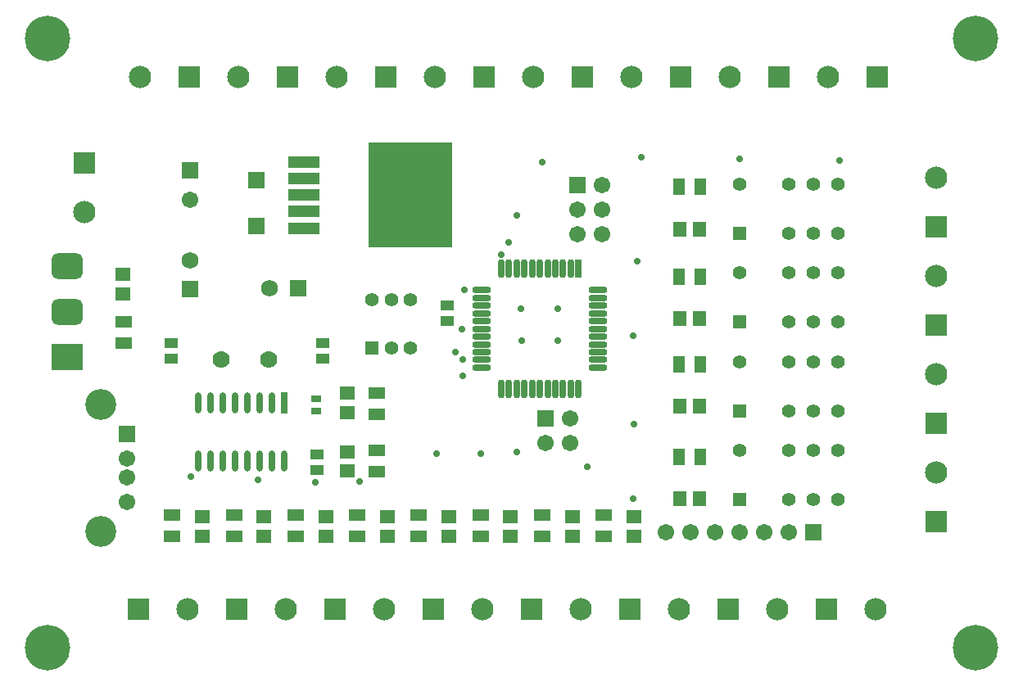
<source format=gts>
%FSLAX25Y25*%
%MOIN*%
G70*
G01*
G75*
G04 Layer_Color=8388736*
%ADD10R,0.33465X0.42126*%
%ADD11R,0.12205X0.04331*%
%ADD12R,0.05906X0.03937*%
%ADD13R,0.05512X0.04724*%
%ADD14R,0.05906X0.05906*%
%ADD15R,0.01969X0.07874*%
%ADD16O,0.01969X0.07874*%
%ADD17R,0.04921X0.03543*%
%ADD18R,0.03543X0.02362*%
%ADD19R,0.03937X0.05906*%
%ADD20R,0.04724X0.05512*%
%ADD21R,0.01969X0.06890*%
%ADD22O,0.01969X0.06890*%
%ADD23O,0.06890X0.01969*%
%ADD24C,0.03937*%
%ADD25C,0.01000*%
%ADD26C,0.02362*%
%ADD27C,0.03150*%
%ADD28C,0.01969*%
%ADD29C,0.01575*%
%ADD30C,0.17716*%
%ADD31R,0.08268X0.08268*%
%ADD32C,0.08268*%
%ADD33R,0.08268X0.08268*%
%ADD34R,0.06102X0.06102*%
%ADD35C,0.06102*%
%ADD36R,0.06102X0.06102*%
%ADD37C,0.05906*%
%ADD38C,0.04724*%
%ADD39R,0.04724X0.04724*%
G04:AMPARAMS|DCode=40|XSize=98.43mil|YSize=118.11mil|CornerRadius=24.61mil|HoleSize=0mil|Usage=FLASHONLY|Rotation=90.000|XOffset=0mil|YOffset=0mil|HoleType=Round|Shape=RoundedRectangle|*
%AMROUNDEDRECTD40*
21,1,0.09843,0.06890,0,0,90.0*
21,1,0.04921,0.11811,0,0,90.0*
1,1,0.04921,0.03445,0.02461*
1,1,0.04921,0.03445,-0.02461*
1,1,0.04921,-0.03445,-0.02461*
1,1,0.04921,-0.03445,0.02461*
%
%ADD40ROUNDEDRECTD40*%
%ADD41R,0.11811X0.09843*%
%ADD42C,0.11811*%
%ADD43C,0.04724*%
%ADD44R,0.04724X0.04724*%
%ADD45C,0.06200*%
%ADD46R,0.05906X0.05906*%
%ADD47C,0.01969*%
%ADD48R,0.02362X0.05906*%
%ADD49R,0.04724X0.03937*%
%ADD50R,0.04724X0.03543*%
%ADD51R,0.05118X0.03543*%
%ADD52R,0.03543X0.04921*%
%ADD53C,0.00787*%
%ADD54C,0.00394*%
%ADD55C,0.01200*%
%ADD56C,0.00591*%
%ADD57C,0.00500*%
%ADD58C,0.00400*%
%ADD59C,0.00600*%
%ADD60C,0.00236*%
%ADD61C,0.00984*%
%ADD62C,0.02362*%
%ADD63R,0.34265X0.42926*%
%ADD64R,0.13005X0.05131*%
%ADD65R,0.06706X0.04737*%
%ADD66R,0.06312X0.05524*%
%ADD67R,0.06706X0.06706*%
%ADD68R,0.02769X0.08674*%
%ADD69O,0.02769X0.08674*%
%ADD70R,0.05721X0.04343*%
%ADD71R,0.04343X0.03162*%
%ADD72R,0.04737X0.06706*%
%ADD73R,0.05524X0.06312*%
%ADD74R,0.02769X0.07690*%
%ADD75O,0.02769X0.07690*%
%ADD76O,0.07690X0.02769*%
%ADD77C,0.18517*%
%ADD78R,0.09068X0.09068*%
%ADD79C,0.09068*%
%ADD80R,0.09068X0.09068*%
%ADD81R,0.06902X0.06902*%
%ADD82C,0.06902*%
%ADD83R,0.06902X0.06902*%
%ADD84C,0.06706*%
%ADD85C,0.05524*%
%ADD86R,0.05524X0.05524*%
G04:AMPARAMS|DCode=87|XSize=106.42mil|YSize=126.11mil|CornerRadius=26.61mil|HoleSize=0mil|Usage=FLASHONLY|Rotation=90.000|XOffset=0mil|YOffset=0mil|HoleType=Round|Shape=RoundedRectangle|*
%AMROUNDEDRECTD87*
21,1,0.10642,0.07290,0,0,90.0*
21,1,0.05321,0.12611,0,0,90.0*
1,1,0.05321,0.03645,0.02661*
1,1,0.05321,0.03645,-0.02661*
1,1,0.05321,-0.03645,-0.02661*
1,1,0.05321,-0.03645,0.02661*
%
%ADD87ROUNDEDRECTD87*%
%ADD88R,0.12611X0.10642*%
%ADD89C,0.12611*%
%ADD90C,0.05524*%
%ADD91R,0.05524X0.05524*%
%ADD92C,0.07000*%
%ADD93R,0.06706X0.06706*%
%ADD94C,0.02769*%
D63*
X358654Y377000D02*
D03*
D64*
X315346Y363598D02*
D03*
Y370299D02*
D03*
Y377000D02*
D03*
Y383701D02*
D03*
Y390402D02*
D03*
D65*
X261638Y246638D02*
D03*
Y237976D02*
D03*
X286734Y246638D02*
D03*
Y237976D02*
D03*
X311830Y246638D02*
D03*
Y237976D02*
D03*
X336926Y246638D02*
D03*
Y237976D02*
D03*
X362022Y246638D02*
D03*
Y237976D02*
D03*
X387118Y246638D02*
D03*
Y237976D02*
D03*
X412214Y246638D02*
D03*
Y237976D02*
D03*
X241740Y325394D02*
D03*
Y316732D02*
D03*
X437310Y246638D02*
D03*
Y237976D02*
D03*
X344905Y273268D02*
D03*
Y264606D02*
D03*
Y287945D02*
D03*
Y296606D02*
D03*
D66*
X273871Y238213D02*
D03*
Y246087D02*
D03*
X298967Y238213D02*
D03*
Y246087D02*
D03*
X324063Y238213D02*
D03*
Y246087D02*
D03*
X349159Y238213D02*
D03*
Y246087D02*
D03*
X374255Y238213D02*
D03*
Y246087D02*
D03*
X399351Y238213D02*
D03*
Y246087D02*
D03*
X424447Y238213D02*
D03*
Y246087D02*
D03*
X449543Y238213D02*
D03*
Y246087D02*
D03*
X241425Y344685D02*
D03*
Y336811D02*
D03*
X332906Y272606D02*
D03*
Y264732D02*
D03*
Y288606D02*
D03*
Y296480D02*
D03*
D67*
X295756Y364370D02*
D03*
Y383071D02*
D03*
X269000Y387000D02*
D03*
X243335Y279780D02*
D03*
X413386Y286221D02*
D03*
X426378Y381102D02*
D03*
D68*
X307173Y292323D02*
D03*
D69*
X302173D02*
D03*
X297173D02*
D03*
X292173D02*
D03*
X287173D02*
D03*
X282173D02*
D03*
X277173D02*
D03*
X272173D02*
D03*
Y268701D02*
D03*
X277173D02*
D03*
X282173D02*
D03*
X287173D02*
D03*
X292173D02*
D03*
X297173D02*
D03*
X302173D02*
D03*
X307173D02*
D03*
D70*
X320559Y271457D02*
D03*
Y265158D02*
D03*
X322921Y310433D02*
D03*
X322921Y316732D02*
D03*
X261110Y310433D02*
D03*
Y316732D02*
D03*
X373709Y325787D02*
D03*
Y332087D02*
D03*
D71*
X320165Y294291D02*
D03*
Y289173D02*
D03*
D72*
X476630Y270521D02*
D03*
X467969D02*
D03*
X476630Y380394D02*
D03*
X467969D02*
D03*
X476630Y308145D02*
D03*
X467969D02*
D03*
X476630Y343769D02*
D03*
X467969D02*
D03*
D73*
X468205Y253394D02*
D03*
X476079D02*
D03*
X468205Y363266D02*
D03*
X476079D02*
D03*
X468205Y291018D02*
D03*
X476079D02*
D03*
X468205Y326642D02*
D03*
X476079D02*
D03*
D74*
X427000Y347000D02*
D03*
D75*
X423850D02*
D03*
X420701D02*
D03*
X417551D02*
D03*
X414402D02*
D03*
X411252D02*
D03*
X408102D02*
D03*
X404953D02*
D03*
X401803D02*
D03*
X398654D02*
D03*
X395504D02*
D03*
X395504Y298181D02*
D03*
X398654D02*
D03*
X401803D02*
D03*
X404953D02*
D03*
X408102D02*
D03*
X411252D02*
D03*
X414402D02*
D03*
X417551D02*
D03*
X420701D02*
D03*
X423850D02*
D03*
X427000D02*
D03*
D76*
X387630Y338339D02*
D03*
Y335189D02*
D03*
Y332039D02*
D03*
Y328890D02*
D03*
Y325740D02*
D03*
Y322590D02*
D03*
Y319441D02*
D03*
Y316291D02*
D03*
Y313142D02*
D03*
X387630Y309992D02*
D03*
Y306842D02*
D03*
X434874D02*
D03*
Y309992D02*
D03*
Y313142D02*
D03*
Y316291D02*
D03*
Y319441D02*
D03*
Y322590D02*
D03*
Y325740D02*
D03*
Y328890D02*
D03*
Y332039D02*
D03*
Y335189D02*
D03*
Y338339D02*
D03*
D77*
X210717Y440748D02*
D03*
X588669D02*
D03*
Y192717D02*
D03*
X210717D02*
D03*
D78*
X548500Y425000D02*
D03*
X248000Y208500D02*
D03*
X508500Y425000D02*
D03*
X288000Y208500D02*
D03*
X468500Y425000D02*
D03*
X328000Y208500D02*
D03*
X368000D02*
D03*
X428500Y425000D02*
D03*
X408000Y208500D02*
D03*
X388500Y425000D02*
D03*
X448000Y208500D02*
D03*
X348500Y425000D02*
D03*
X488000Y208500D02*
D03*
X308500Y425000D02*
D03*
X528000Y208500D02*
D03*
X268500Y425000D02*
D03*
D79*
X528500D02*
D03*
X226000Y370000D02*
D03*
X268000Y208500D02*
D03*
X488500Y425000D02*
D03*
X308000Y208500D02*
D03*
X448500Y425000D02*
D03*
X348000Y208500D02*
D03*
X388000D02*
D03*
X408500Y425000D02*
D03*
X428000Y208500D02*
D03*
X368500Y425000D02*
D03*
X468000Y208500D02*
D03*
X328500Y425000D02*
D03*
X508000Y208500D02*
D03*
X288500Y425000D02*
D03*
X548000Y208500D02*
D03*
X248500Y425000D02*
D03*
X572500Y264000D02*
D03*
Y304000D02*
D03*
Y344000D02*
D03*
Y384000D02*
D03*
D80*
X226000Y390000D02*
D03*
X572500Y244000D02*
D03*
X572500Y284000D02*
D03*
Y324000D02*
D03*
X572500Y364000D02*
D03*
D81*
X313000Y339000D02*
D03*
D82*
X301189D02*
D03*
X268984Y350590D02*
D03*
D83*
Y338779D02*
D03*
D84*
X269000Y375189D02*
D03*
X243335Y252024D02*
D03*
Y269937D02*
D03*
Y262063D02*
D03*
X423386Y276220D02*
D03*
X413386D02*
D03*
X423386Y286221D02*
D03*
X436378Y361102D02*
D03*
X426378Y361102D02*
D03*
X436378Y371102D02*
D03*
X426378D02*
D03*
X436378Y381102D02*
D03*
X462441Y239764D02*
D03*
X472441D02*
D03*
X482441D02*
D03*
X492441D02*
D03*
X512441D02*
D03*
X502441D02*
D03*
D85*
X342905Y334622D02*
D03*
X350780Y314937D02*
D03*
Y334622D02*
D03*
X358653Y314937D02*
D03*
Y334622D02*
D03*
D86*
X342905Y314937D02*
D03*
D87*
X218913Y348008D02*
D03*
Y329504D02*
D03*
D88*
Y311000D02*
D03*
D89*
X232665Y291866D02*
D03*
Y240134D02*
D03*
D90*
X532500Y273000D02*
D03*
Y253000D02*
D03*
X522500D02*
D03*
Y273000D02*
D03*
X492500Y273000D02*
D03*
X512500Y253000D02*
D03*
Y273000D02*
D03*
X532500Y381500D02*
D03*
Y361500D02*
D03*
X522500D02*
D03*
Y381500D02*
D03*
X492500Y381500D02*
D03*
X512500Y361500D02*
D03*
Y381500D02*
D03*
X532500Y309167D02*
D03*
Y289167D02*
D03*
X522500D02*
D03*
Y309167D02*
D03*
X492500Y309167D02*
D03*
X512500Y289167D02*
D03*
Y309167D02*
D03*
X532500Y345333D02*
D03*
Y325333D02*
D03*
X522500D02*
D03*
Y345333D02*
D03*
X492500Y345333D02*
D03*
X512500Y325333D02*
D03*
Y345333D02*
D03*
D91*
X492500Y253000D02*
D03*
Y361500D02*
D03*
Y289167D02*
D03*
Y325333D02*
D03*
D92*
X300874Y310039D02*
D03*
X281661D02*
D03*
D93*
X522441Y239764D02*
D03*
D94*
X379661Y322590D02*
D03*
X379961Y309992D02*
D03*
Y303623D02*
D03*
X376858Y313189D02*
D03*
X269311Y262402D02*
D03*
X296543Y261221D02*
D03*
X319786Y260053D02*
D03*
X337882Y260433D02*
D03*
X369169Y271846D02*
D03*
X387118Y271850D02*
D03*
X430658Y266475D02*
D03*
X449299Y253346D02*
D03*
X449693Y283661D02*
D03*
X449299Y319882D02*
D03*
X450874Y350197D02*
D03*
X380402Y338386D02*
D03*
X395504Y352811D02*
D03*
X412291Y390354D02*
D03*
X401803Y368843D02*
D03*
X398654Y357677D02*
D03*
X452449Y392323D02*
D03*
X492606Y391929D02*
D03*
X533157Y391142D02*
D03*
X403630Y330906D02*
D03*
X418590D02*
D03*
Y317913D02*
D03*
X404024D02*
D03*
X352449Y388386D02*
D03*
X359929D02*
D03*
X356386Y379724D02*
D03*
X365835D02*
D03*
X350087Y367913D02*
D03*
X363472D02*
D03*
X401803Y272441D02*
D03*
M02*

</source>
